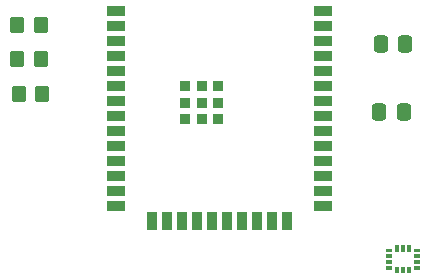
<source format=gbr>
%TF.GenerationSoftware,KiCad,Pcbnew,8.0.8*%
%TF.CreationDate,2025-03-13T01:14:28-05:00*%
%TF.ProjectId,BackTracker,4261636b-5472-4616-936b-65722e6b6963,rev?*%
%TF.SameCoordinates,Original*%
%TF.FileFunction,Paste,Top*%
%TF.FilePolarity,Positive*%
%FSLAX46Y46*%
G04 Gerber Fmt 4.6, Leading zero omitted, Abs format (unit mm)*
G04 Created by KiCad (PCBNEW 8.0.8) date 2025-03-13 01:14:28*
%MOMM*%
%LPD*%
G01*
G04 APERTURE LIST*
G04 Aperture macros list*
%AMRoundRect*
0 Rectangle with rounded corners*
0 $1 Rounding radius*
0 $2 $3 $4 $5 $6 $7 $8 $9 X,Y pos of 4 corners*
0 Add a 4 corners polygon primitive as box body*
4,1,4,$2,$3,$4,$5,$6,$7,$8,$9,$2,$3,0*
0 Add four circle primitives for the rounded corners*
1,1,$1+$1,$2,$3*
1,1,$1+$1,$4,$5*
1,1,$1+$1,$6,$7*
1,1,$1+$1,$8,$9*
0 Add four rect primitives between the rounded corners*
20,1,$1+$1,$2,$3,$4,$5,0*
20,1,$1+$1,$4,$5,$6,$7,0*
20,1,$1+$1,$6,$7,$8,$9,0*
20,1,$1+$1,$8,$9,$2,$3,0*%
G04 Aperture macros list end*
%ADD10C,0.010000*%
%ADD11RoundRect,0.250000X-0.350000X-0.450000X0.350000X-0.450000X0.350000X0.450000X-0.350000X0.450000X0*%
%ADD12RoundRect,0.250000X0.350000X0.450000X-0.350000X0.450000X-0.350000X-0.450000X0.350000X-0.450000X0*%
%ADD13RoundRect,0.250000X0.337500X0.475000X-0.337500X0.475000X-0.337500X-0.475000X0.337500X-0.475000X0*%
%ADD14RoundRect,0.250000X-0.337500X-0.475000X0.337500X-0.475000X0.337500X0.475000X-0.337500X0.475000X0*%
%ADD15R,0.900000X0.900000*%
%ADD16R,1.500000X0.900000*%
%ADD17R,0.900000X1.500000*%
G04 APERTURE END LIST*
D10*
%TO.C,U3*%
X119253000Y-55065500D02*
X119015000Y-55065500D01*
X119015000Y-54615500D01*
X119253000Y-54615500D01*
X119253000Y-55065500D01*
G36*
X119253000Y-55065500D02*
G01*
X119015000Y-55065500D01*
X119015000Y-54615500D01*
X119253000Y-54615500D01*
X119253000Y-55065500D01*
G37*
X120253000Y-55065500D02*
X120015000Y-55065500D01*
X120015000Y-54615500D01*
X120253000Y-54615500D01*
X120253000Y-55065500D01*
G36*
X120253000Y-55065500D02*
G01*
X120015000Y-55065500D01*
X120015000Y-54615500D01*
X120253000Y-54615500D01*
X120253000Y-55065500D01*
G37*
X121021500Y-55122000D02*
X120571500Y-55122000D01*
X120571500Y-54884000D01*
X121021500Y-54884000D01*
X121021500Y-55122000D01*
G36*
X121021500Y-55122000D02*
G01*
X120571500Y-55122000D01*
X120571500Y-54884000D01*
X121021500Y-54884000D01*
X121021500Y-55122000D01*
G37*
X121021500Y-55622000D02*
X120571500Y-55622000D01*
X120571500Y-55384000D01*
X121021500Y-55384000D01*
X121021500Y-55622000D01*
G36*
X121021500Y-55622000D02*
G01*
X120571500Y-55622000D01*
X120571500Y-55384000D01*
X121021500Y-55384000D01*
X121021500Y-55622000D01*
G37*
X121021500Y-56122000D02*
X120571500Y-56122000D01*
X120571500Y-55884000D01*
X121021500Y-55884000D01*
X121021500Y-56122000D01*
G36*
X121021500Y-56122000D02*
G01*
X120571500Y-56122000D01*
X120571500Y-55884000D01*
X121021500Y-55884000D01*
X121021500Y-56122000D01*
G37*
X121021500Y-56622000D02*
X120571500Y-56622000D01*
X120571500Y-56384000D01*
X121021500Y-56384000D01*
X121021500Y-56622000D01*
G36*
X121021500Y-56622000D02*
G01*
X120571500Y-56622000D01*
X120571500Y-56384000D01*
X121021500Y-56384000D01*
X121021500Y-56622000D01*
G37*
X119753000Y-55065500D02*
X119515000Y-55065500D01*
X119515000Y-54615500D01*
X119753000Y-54615500D01*
X119753000Y-55065500D01*
G36*
X119753000Y-55065500D02*
G01*
X119515000Y-55065500D01*
X119515000Y-54615500D01*
X119753000Y-54615500D01*
X119753000Y-55065500D01*
G37*
X120253000Y-56890500D02*
X120015000Y-56890500D01*
X120015000Y-56440500D01*
X120253000Y-56440500D01*
X120253000Y-56890500D01*
G36*
X120253000Y-56890500D02*
G01*
X120015000Y-56890500D01*
X120015000Y-56440500D01*
X120253000Y-56440500D01*
X120253000Y-56890500D01*
G37*
X119253000Y-56890500D02*
X119015000Y-56890500D01*
X119015000Y-56440500D01*
X119253000Y-56440500D01*
X119253000Y-56890500D01*
G36*
X119253000Y-56890500D02*
G01*
X119015000Y-56890500D01*
X119015000Y-56440500D01*
X119253000Y-56440500D01*
X119253000Y-56890500D01*
G37*
X118696500Y-56622000D02*
X118246500Y-56622000D01*
X118246500Y-56384000D01*
X118696500Y-56384000D01*
X118696500Y-56622000D01*
G36*
X118696500Y-56622000D02*
G01*
X118246500Y-56622000D01*
X118246500Y-56384000D01*
X118696500Y-56384000D01*
X118696500Y-56622000D01*
G37*
X118696500Y-56122000D02*
X118246500Y-56122000D01*
X118246500Y-55884000D01*
X118696500Y-55884000D01*
X118696500Y-56122000D01*
G36*
X118696500Y-56122000D02*
G01*
X118246500Y-56122000D01*
X118246500Y-55884000D01*
X118696500Y-55884000D01*
X118696500Y-56122000D01*
G37*
X118696500Y-55622000D02*
X118246500Y-55622000D01*
X118246500Y-55384000D01*
X118696500Y-55384000D01*
X118696500Y-55622000D01*
G36*
X118696500Y-55622000D02*
G01*
X118246500Y-55622000D01*
X118246500Y-55384000D01*
X118696500Y-55384000D01*
X118696500Y-55622000D01*
G37*
X118696500Y-55122000D02*
X118246500Y-55122000D01*
X118246500Y-54884000D01*
X118696500Y-54884000D01*
X118696500Y-55122000D01*
G36*
X118696500Y-55122000D02*
G01*
X118246500Y-55122000D01*
X118246500Y-54884000D01*
X118696500Y-54884000D01*
X118696500Y-55122000D01*
G37*
X119753000Y-56890500D02*
X119515000Y-56890500D01*
X119515000Y-56440500D01*
X119753000Y-56440500D01*
X119753000Y-56890500D01*
G36*
X119753000Y-56890500D02*
G01*
X119515000Y-56890500D01*
X119515000Y-56440500D01*
X119753000Y-56440500D01*
X119753000Y-56890500D01*
G37*
%TD*%
D11*
%TO.C,R1*%
X89027000Y-35941000D03*
X87027000Y-35941000D03*
%TD*%
D12*
%TO.C,R3*%
X87154000Y-41783000D03*
X89154000Y-41783000D03*
%TD*%
D13*
%TO.C,C2*%
X117813000Y-37592000D03*
X119888000Y-37592000D03*
%TD*%
D12*
%TO.C,R2*%
X87027000Y-38862000D03*
X89027000Y-38862000D03*
%TD*%
D14*
%TO.C,C1*%
X117686000Y-43307000D03*
X119761000Y-43307000D03*
%TD*%
D15*
%TO.C,U1*%
X104027000Y-43918000D03*
X104027000Y-42518000D03*
X104027000Y-41118000D03*
X102627000Y-43918000D03*
X102627000Y-42518000D03*
X102627000Y-41118000D03*
X101227000Y-43918000D03*
X101227000Y-42518000D03*
X101227000Y-41118000D03*
D16*
X112877000Y-34798000D03*
X112877000Y-36068000D03*
X112877000Y-37338000D03*
X112877000Y-38608000D03*
X112877000Y-39878000D03*
X112877000Y-41148000D03*
X112877000Y-42418000D03*
X112877000Y-43688000D03*
X112877000Y-44958000D03*
X112877000Y-46228000D03*
X112877000Y-47498000D03*
X112877000Y-48768000D03*
X112877000Y-50038000D03*
X112877000Y-51308000D03*
D17*
X109847000Y-52558000D03*
X108577000Y-52558000D03*
X107307000Y-52558000D03*
X106037000Y-52558000D03*
X104767000Y-52558000D03*
X103497000Y-52558000D03*
X102227000Y-52558000D03*
X100957000Y-52558000D03*
X99687000Y-52558000D03*
X98417000Y-52558000D03*
D16*
X95377000Y-51308000D03*
X95377000Y-50038000D03*
X95377000Y-48768000D03*
X95377000Y-47498000D03*
X95377000Y-46228000D03*
X95377000Y-44958000D03*
X95377000Y-43688000D03*
X95377000Y-42418000D03*
X95377000Y-41148000D03*
X95377000Y-39878000D03*
X95377000Y-38608000D03*
X95377000Y-37338000D03*
X95377000Y-36068000D03*
X95377000Y-34798000D03*
%TD*%
M02*

</source>
